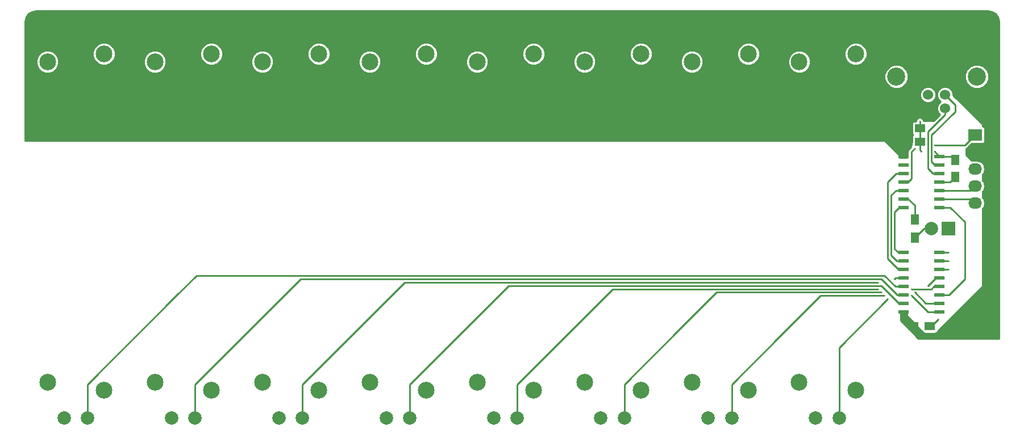
<source format=gtl>
G04 #@! TF.FileFunction,Copper,L1,Top,Signal*
%FSLAX46Y46*%
G04 Gerber Fmt 4.6, Leading zero omitted, Abs format (unit mm)*
G04 Created by KiCad (PCBNEW 4.0.2-stable) date 2016 July 30, Saturday 23:08:24*
%MOMM*%
G01*
G04 APERTURE LIST*
%ADD10C,0.100000*%
%ADD11R,1.250000X1.500000*%
%ADD12R,1.500000X0.600000*%
%ADD13R,1.500000X1.250000*%
%ADD14R,2.000000X2.000000*%
%ADD15C,2.000000*%
%ADD16C,1.524000*%
%ADD17C,2.700020*%
%ADD18R,2.032000X1.727200*%
%ADD19O,2.032000X1.727200*%
%ADD20R,1.300000X1.500000*%
%ADD21C,2.500000*%
%ADD22C,0.304800*%
%ADD23C,0.254000*%
G04 APERTURE END LIST*
D10*
D11*
X189000000Y-72750000D03*
X189000000Y-75250000D03*
D12*
X181300000Y-72190000D03*
X181300000Y-73460000D03*
X181300000Y-74730000D03*
X181300000Y-76000000D03*
X181300000Y-77270000D03*
X181300000Y-78540000D03*
X181300000Y-79810000D03*
X186700000Y-79810000D03*
X186700000Y-78540000D03*
X186700000Y-77270000D03*
X186700000Y-76000000D03*
X186700000Y-74730000D03*
X186700000Y-73460000D03*
X186700000Y-72190000D03*
D13*
X183750000Y-70000000D03*
X181250000Y-70000000D03*
X185250000Y-97500000D03*
X182750000Y-97500000D03*
X183750000Y-68000000D03*
X181250000Y-68000000D03*
D14*
X188000000Y-83000000D03*
D15*
X185460000Y-83000000D03*
D16*
X187540000Y-65000000D03*
X185000000Y-65000000D03*
X185000000Y-63001020D03*
X187540000Y-63001020D03*
D17*
X192269480Y-60301000D03*
X180270520Y-60301000D03*
D18*
X192000000Y-69000000D03*
D19*
X192000000Y-71540000D03*
X192000000Y-74080000D03*
X192000000Y-76620000D03*
X192000000Y-79160000D03*
D20*
X183000000Y-81650000D03*
X183000000Y-84350000D03*
D21*
X62200000Y-107100000D03*
X62200000Y-56900000D03*
X53800000Y-58100000D03*
D15*
X56250000Y-52750000D03*
X59750000Y-111250000D03*
X56250000Y-111250000D03*
D21*
X53800000Y-105900000D03*
X78200000Y-107100000D03*
X78200000Y-56900000D03*
X69800000Y-58100000D03*
D15*
X72250000Y-52750000D03*
X75750000Y-111250000D03*
X72250000Y-111250000D03*
D21*
X69800000Y-105900000D03*
X94200000Y-107100000D03*
X94200000Y-56900000D03*
X85800000Y-58100000D03*
D15*
X88250000Y-52750000D03*
X91750000Y-111250000D03*
X88250000Y-111250000D03*
D21*
X85800000Y-105900000D03*
X110200000Y-107100000D03*
X110200000Y-56900000D03*
X101800000Y-58100000D03*
D15*
X104250000Y-52750000D03*
X107750000Y-111250000D03*
X104250000Y-111250000D03*
D21*
X101800000Y-105900000D03*
X126200000Y-107100000D03*
X126200000Y-56900000D03*
X117800000Y-58100000D03*
D15*
X120250000Y-52750000D03*
X123750000Y-111250000D03*
X120250000Y-111250000D03*
D21*
X117800000Y-105900000D03*
X142200000Y-107100000D03*
X142200000Y-56900000D03*
X133800000Y-58100000D03*
D15*
X136250000Y-52750000D03*
X139750000Y-111250000D03*
X136250000Y-111250000D03*
D21*
X133800000Y-105900000D03*
X158200000Y-107100000D03*
X158200000Y-56900000D03*
X149800000Y-58100000D03*
D15*
X152250000Y-52750000D03*
X155750000Y-111250000D03*
X152250000Y-111250000D03*
D21*
X149800000Y-105900000D03*
X174200000Y-107100000D03*
X174200000Y-56900000D03*
X165800000Y-58100000D03*
D15*
X168250000Y-52750000D03*
X171750000Y-111250000D03*
X168250000Y-111250000D03*
D21*
X165800000Y-105900000D03*
D12*
X186700000Y-95445000D03*
X186700000Y-94175000D03*
X186700000Y-92905000D03*
X186700000Y-91635000D03*
X186700000Y-90365000D03*
X186700000Y-89095000D03*
X186700000Y-87825000D03*
X186700000Y-86555000D03*
X181300000Y-86555000D03*
X181300000Y-87825000D03*
X181300000Y-89095000D03*
X181300000Y-90365000D03*
X181300000Y-91635000D03*
X181300000Y-92905000D03*
X181300000Y-94175000D03*
X181300000Y-95445000D03*
D22*
X186000000Y-71500000D03*
X186500000Y-96500000D03*
X186500000Y-96500000D03*
X183750000Y-67000000D03*
X184000000Y-71500000D03*
X188000000Y-86550000D03*
X188000000Y-89100000D03*
X188000000Y-87825000D03*
X183000000Y-71000000D03*
X186000000Y-70500000D03*
X180000000Y-90500000D03*
X177500000Y-91000000D03*
X177500000Y-92000000D03*
X182500000Y-92000000D03*
X183000000Y-92500000D03*
X178000000Y-92500000D03*
X182500000Y-93000000D03*
X178500000Y-93000000D03*
X185000000Y-91500000D03*
X179000000Y-93500000D03*
D23*
X186000000Y-71500000D02*
X186010000Y-71500000D01*
X186010000Y-71500000D02*
X186700000Y-72190000D01*
X186700000Y-72190000D02*
X188440000Y-72190000D01*
X188440000Y-72190000D02*
X189000000Y-72750000D01*
X185500000Y-97500000D02*
X186500000Y-96500000D01*
X185250000Y-97500000D02*
X185500000Y-97500000D01*
X183750000Y-68000000D02*
X183750000Y-67000000D01*
X183750000Y-71250000D02*
X184000000Y-71500000D01*
X183750000Y-70000000D02*
X183750000Y-71250000D01*
X187995000Y-86555000D02*
X188000000Y-86550000D01*
X186700000Y-86555000D02*
X187995000Y-86555000D01*
X186700000Y-89095000D02*
X187995000Y-89095000D01*
X187995000Y-89095000D02*
X188000000Y-89100000D01*
X186700000Y-87825000D02*
X188000000Y-87825000D01*
X183750000Y-68000000D02*
X183750000Y-70000000D01*
X181300000Y-95445000D02*
X181300000Y-96050000D01*
X181300000Y-96050000D02*
X182750000Y-97500000D01*
X186700000Y-76000000D02*
X188250000Y-76000000D01*
X188250000Y-76000000D02*
X189000000Y-75250000D01*
X183000000Y-84350000D02*
X184350000Y-83000000D01*
X184350000Y-83000000D02*
X185460000Y-83000000D01*
X186700000Y-74730000D02*
X185730000Y-74730000D01*
X185730000Y-74730000D02*
X185000000Y-74000000D01*
X185000000Y-74000000D02*
X185000000Y-68500000D01*
X185000000Y-68500000D02*
X187540000Y-65960000D01*
X187540000Y-65960000D02*
X187540000Y-65000000D01*
X187540000Y-63001020D02*
X187540000Y-63040000D01*
X187540000Y-63040000D02*
X189000000Y-64500000D01*
X189000000Y-64500000D02*
X189000000Y-65500000D01*
X189000000Y-65500000D02*
X185500000Y-69000000D01*
X185500000Y-69000000D02*
X185500000Y-73000000D01*
X185500000Y-73000000D02*
X185960000Y-73460000D01*
X185960000Y-73460000D02*
X186700000Y-73460000D01*
X182500000Y-75500000D02*
X182500000Y-71500000D01*
X182500000Y-71500000D02*
X183000000Y-71000000D01*
X182000000Y-76000000D02*
X182500000Y-75500000D01*
X190500000Y-70500000D02*
X192000000Y-69000000D01*
X186000000Y-70500000D02*
X190500000Y-70500000D01*
X181300000Y-76000000D02*
X182000000Y-76000000D01*
X186700000Y-77270000D02*
X191350000Y-77270000D01*
X191350000Y-77270000D02*
X192000000Y-76620000D01*
X191380000Y-78540000D02*
X192000000Y-79160000D01*
X186700000Y-78540000D02*
X191380000Y-78540000D01*
X181300000Y-78540000D02*
X182040000Y-78540000D01*
X182040000Y-78540000D02*
X183000000Y-79500000D01*
X183000000Y-79500000D02*
X183000000Y-81650000D01*
X73000000Y-93000000D02*
X76000000Y-90000000D01*
X59750000Y-111250000D02*
X59750000Y-106250000D01*
X59750000Y-106250000D02*
X73000000Y-93000000D01*
X180135000Y-91635000D02*
X178500000Y-90000000D01*
X178500000Y-90000000D02*
X175000000Y-90000000D01*
X180135000Y-91635000D02*
X181300000Y-91635000D01*
X76000000Y-90000000D02*
X175000000Y-90000000D01*
X175000000Y-90500000D02*
X91500000Y-90500000D01*
X75750000Y-106250000D02*
X88000000Y-94000000D01*
X75750000Y-111250000D02*
X75750000Y-106250000D01*
X180500000Y-92905000D02*
X180405000Y-92905000D01*
X180405000Y-92905000D02*
X178000000Y-90500000D01*
X180500000Y-92905000D02*
X181300000Y-92905000D01*
X175000000Y-90500000D02*
X178000000Y-90500000D01*
X91500000Y-90500000D02*
X88000000Y-94000000D01*
X175000000Y-91000000D02*
X107000000Y-91000000D01*
X91750000Y-106250000D02*
X103000000Y-95000000D01*
X91750000Y-111250000D02*
X91750000Y-106250000D01*
X180135000Y-90365000D02*
X180000000Y-90500000D01*
X177500000Y-91000000D02*
X175000000Y-91000000D01*
X180135000Y-90365000D02*
X181300000Y-90365000D01*
X107000000Y-91000000D02*
X103000000Y-95000000D01*
X175000000Y-91500000D02*
X178000000Y-91500000D01*
X122500000Y-91500000D02*
X118000000Y-96000000D01*
X107750000Y-106250000D02*
X118000000Y-96000000D01*
X107750000Y-111250000D02*
X107750000Y-106250000D01*
X175000000Y-91500000D02*
X122500000Y-91500000D01*
X178000000Y-91500000D02*
X180675000Y-94175000D01*
X180675000Y-94175000D02*
X181300000Y-94175000D01*
X182500000Y-92000000D02*
X185500000Y-92000000D01*
X138000000Y-92000000D02*
X175000000Y-92000000D01*
X177500000Y-92000000D02*
X175000000Y-92000000D01*
X123750000Y-111250000D02*
X123750000Y-106250000D01*
X123750000Y-106250000D02*
X133000000Y-97000000D01*
X133000000Y-97000000D02*
X138000000Y-92000000D01*
X185865000Y-91635000D02*
X186700000Y-91635000D01*
X185500000Y-92000000D02*
X185865000Y-91635000D01*
X183000000Y-92500000D02*
X184675000Y-94175000D01*
X186700000Y-94175000D02*
X184675000Y-94175000D01*
X153500000Y-92500000D02*
X148000000Y-98000000D01*
X178000000Y-92500000D02*
X175000000Y-92500000D01*
X139750000Y-106250000D02*
X148000000Y-98000000D01*
X139750000Y-106250000D02*
X139750000Y-111250000D01*
X175000000Y-92500000D02*
X153500000Y-92500000D01*
X169000000Y-93000000D02*
X175000000Y-93000000D01*
X184945000Y-95445000D02*
X182500000Y-93000000D01*
X178500000Y-93000000D02*
X175000000Y-93000000D01*
X184945000Y-95445000D02*
X186700000Y-95445000D01*
X163000000Y-99000000D02*
X169000000Y-93000000D01*
X155750000Y-106250000D02*
X163000000Y-99000000D01*
X155750000Y-111250000D02*
X155750000Y-106250000D01*
X171750000Y-100750000D02*
X171750000Y-111250000D01*
X186135000Y-90365000D02*
X185000000Y-91500000D01*
X179000000Y-93500000D02*
X171750000Y-100750000D01*
X186700000Y-90365000D02*
X186135000Y-90365000D01*
X187365000Y-90365000D02*
X186700000Y-90365000D01*
X181300000Y-74730000D02*
X180270000Y-74730000D01*
X179000000Y-87500000D02*
X180595000Y-89095000D01*
X179000000Y-76000000D02*
X179000000Y-87500000D01*
X180270000Y-74730000D02*
X179000000Y-76000000D01*
X180595000Y-89095000D02*
X181300000Y-89095000D01*
X181300000Y-77270000D02*
X180230000Y-77270000D01*
X180325000Y-87825000D02*
X181300000Y-87825000D01*
X179500000Y-87000000D02*
X180325000Y-87825000D01*
X179500000Y-78000000D02*
X179500000Y-87000000D01*
X180230000Y-77270000D02*
X179500000Y-78000000D01*
X181300000Y-86555000D02*
X180555000Y-86555000D01*
X180555000Y-86555000D02*
X180000000Y-86000000D01*
X180000000Y-86000000D02*
X180000000Y-80500000D01*
X180000000Y-80500000D02*
X180690000Y-79810000D01*
X180690000Y-79810000D02*
X181300000Y-79810000D01*
X190500000Y-90500000D02*
X188095000Y-92905000D01*
X186700000Y-79810000D02*
X188310000Y-79810000D01*
X190500000Y-82000000D02*
X190500000Y-90500000D01*
X190500000Y-82000000D02*
X188310000Y-79810000D01*
X188095000Y-92905000D02*
X186700000Y-92905000D01*
G36*
X194579250Y-50601565D02*
X195070316Y-50929684D01*
X195398434Y-51420747D01*
X195523000Y-52046982D01*
X195523000Y-99373000D01*
X183552606Y-99373000D01*
X180877000Y-96697394D01*
X180877000Y-95377000D01*
X181873000Y-95377000D01*
X181873000Y-96000000D01*
X181883006Y-96049410D01*
X181910197Y-96089803D01*
X182910197Y-97089803D01*
X182952211Y-97117666D01*
X183000000Y-97127000D01*
X183373000Y-97127000D01*
X183373000Y-97500000D01*
X183383006Y-97549410D01*
X183410197Y-97589803D01*
X184092272Y-98271878D01*
X184094409Y-98283237D01*
X184187927Y-98428567D01*
X184330619Y-98526064D01*
X184350480Y-98530086D01*
X184410197Y-98589803D01*
X184452211Y-98617666D01*
X184500000Y-98627000D01*
X186000000Y-98627000D01*
X186049410Y-98616994D01*
X186089803Y-98589803D01*
X186146878Y-98532728D01*
X186158237Y-98530591D01*
X186303567Y-98437073D01*
X186401064Y-98294381D01*
X186405086Y-98274520D01*
X193089803Y-91589803D01*
X193117666Y-91547789D01*
X193127000Y-91500000D01*
X193127000Y-80022100D01*
X193373029Y-79653891D01*
X193471270Y-79160000D01*
X193373029Y-78666109D01*
X193127000Y-78297900D01*
X193127000Y-77482100D01*
X193373029Y-77113891D01*
X193471270Y-76620000D01*
X193373029Y-76126109D01*
X193127000Y-75757900D01*
X193127000Y-74942100D01*
X193373029Y-74573891D01*
X193471270Y-74080000D01*
X193373029Y-73586109D01*
X193093262Y-73167408D01*
X192674561Y-72887641D01*
X192180670Y-72789400D01*
X191819330Y-72789400D01*
X191527128Y-72847522D01*
X190627000Y-71947394D01*
X190627000Y-71052606D01*
X190656795Y-71022811D01*
X190712007Y-71011829D01*
X190891737Y-70891737D01*
X191484509Y-70298965D01*
X193016000Y-70298965D01*
X193174237Y-70269191D01*
X193319567Y-70175673D01*
X193417064Y-70032981D01*
X193451365Y-69863600D01*
X193451365Y-68136400D01*
X193421591Y-67978163D01*
X193328073Y-67832833D01*
X193185381Y-67735336D01*
X193127000Y-67723513D01*
X193127000Y-67500000D01*
X193116994Y-67450590D01*
X193089803Y-67410197D01*
X188728958Y-63049352D01*
X188729206Y-62765551D01*
X188548573Y-62328385D01*
X188214394Y-61993623D01*
X187777544Y-61812227D01*
X187304531Y-61811814D01*
X186867365Y-61992447D01*
X186532603Y-62326626D01*
X186351207Y-62763476D01*
X186350794Y-63236489D01*
X186531427Y-63673655D01*
X186857989Y-64000787D01*
X186532603Y-64325606D01*
X186351207Y-64762456D01*
X186350794Y-65235469D01*
X186531427Y-65672635D01*
X186787436Y-65929090D01*
X185843526Y-66873000D01*
X184324436Y-66873000D01*
X184241478Y-66672225D01*
X184078632Y-66509095D01*
X183865755Y-66420701D01*
X183635256Y-66420500D01*
X183422225Y-66508522D01*
X183259095Y-66671368D01*
X183170701Y-66884245D01*
X183170653Y-66939635D01*
X183000000Y-66939635D01*
X182841763Y-66969409D01*
X182696433Y-67062927D01*
X182598936Y-67205619D01*
X182564635Y-67375000D01*
X182564635Y-68625000D01*
X182594409Y-68783237D01*
X182687927Y-68928567D01*
X182693007Y-68932038D01*
X182672216Y-69098370D01*
X182598936Y-69205619D01*
X182564635Y-69375000D01*
X182564635Y-69959016D01*
X182465653Y-70750873D01*
X182108263Y-71108263D01*
X181988171Y-71287993D01*
X181946000Y-71500000D01*
X181946000Y-71874394D01*
X181910197Y-71910197D01*
X181882334Y-71952211D01*
X181873000Y-72000000D01*
X181873000Y-72373000D01*
X180727000Y-72373000D01*
X180727000Y-72100000D01*
X180716994Y-72050590D01*
X180689803Y-72010197D01*
X178589803Y-69910197D01*
X178547789Y-69882334D01*
X178500000Y-69873000D01*
X50477000Y-69873000D01*
X50477000Y-63236489D01*
X183810794Y-63236489D01*
X183991427Y-63673655D01*
X184325606Y-64008417D01*
X184762456Y-64189813D01*
X185235469Y-64190226D01*
X185672635Y-64009593D01*
X186007397Y-63675414D01*
X186188793Y-63238564D01*
X186189206Y-62765551D01*
X186008573Y-62328385D01*
X185674394Y-61993623D01*
X185237544Y-61812227D01*
X184764531Y-61811814D01*
X184327365Y-61992447D01*
X183992603Y-62326626D01*
X183811207Y-62763476D01*
X183810794Y-63236489D01*
X50477000Y-63236489D01*
X50477000Y-60652918D01*
X178493202Y-60652918D01*
X178763166Y-61306280D01*
X179262610Y-61806598D01*
X179915500Y-62077701D01*
X180622438Y-62078318D01*
X181275800Y-61808354D01*
X181776118Y-61308910D01*
X182047221Y-60656020D01*
X182047223Y-60652918D01*
X190492162Y-60652918D01*
X190762126Y-61306280D01*
X191261570Y-61806598D01*
X191914460Y-62077701D01*
X192621398Y-62078318D01*
X193274760Y-61808354D01*
X193775078Y-61308910D01*
X194046181Y-60656020D01*
X194046798Y-59949082D01*
X193776834Y-59295720D01*
X193277390Y-58795402D01*
X192624500Y-58524299D01*
X191917562Y-58523682D01*
X191264200Y-58793646D01*
X190763882Y-59293090D01*
X190492779Y-59945980D01*
X190492162Y-60652918D01*
X182047223Y-60652918D01*
X182047838Y-59949082D01*
X181777874Y-59295720D01*
X181278430Y-58795402D01*
X180625540Y-58524299D01*
X179918602Y-58523682D01*
X179265240Y-58793646D01*
X178764922Y-59293090D01*
X178493819Y-59945980D01*
X178493202Y-60652918D01*
X50477000Y-60652918D01*
X50477000Y-58432112D01*
X52122710Y-58432112D01*
X52377480Y-59048703D01*
X52848816Y-59520862D01*
X53464961Y-59776708D01*
X54132112Y-59777290D01*
X54748703Y-59522520D01*
X55220862Y-59051184D01*
X55476708Y-58435039D01*
X55477290Y-57767888D01*
X55255913Y-57232112D01*
X60522710Y-57232112D01*
X60777480Y-57848703D01*
X61248816Y-58320862D01*
X61864961Y-58576708D01*
X62532112Y-58577290D01*
X62883469Y-58432112D01*
X68122710Y-58432112D01*
X68377480Y-59048703D01*
X68848816Y-59520862D01*
X69464961Y-59776708D01*
X70132112Y-59777290D01*
X70748703Y-59522520D01*
X71220862Y-59051184D01*
X71476708Y-58435039D01*
X71477290Y-57767888D01*
X71255913Y-57232112D01*
X76522710Y-57232112D01*
X76777480Y-57848703D01*
X77248816Y-58320862D01*
X77864961Y-58576708D01*
X78532112Y-58577290D01*
X78883469Y-58432112D01*
X84122710Y-58432112D01*
X84377480Y-59048703D01*
X84848816Y-59520862D01*
X85464961Y-59776708D01*
X86132112Y-59777290D01*
X86748703Y-59522520D01*
X87220862Y-59051184D01*
X87476708Y-58435039D01*
X87477290Y-57767888D01*
X87255913Y-57232112D01*
X92522710Y-57232112D01*
X92777480Y-57848703D01*
X93248816Y-58320862D01*
X93864961Y-58576708D01*
X94532112Y-58577290D01*
X94883469Y-58432112D01*
X100122710Y-58432112D01*
X100377480Y-59048703D01*
X100848816Y-59520862D01*
X101464961Y-59776708D01*
X102132112Y-59777290D01*
X102748703Y-59522520D01*
X103220862Y-59051184D01*
X103476708Y-58435039D01*
X103477290Y-57767888D01*
X103255913Y-57232112D01*
X108522710Y-57232112D01*
X108777480Y-57848703D01*
X109248816Y-58320862D01*
X109864961Y-58576708D01*
X110532112Y-58577290D01*
X110883469Y-58432112D01*
X116122710Y-58432112D01*
X116377480Y-59048703D01*
X116848816Y-59520862D01*
X117464961Y-59776708D01*
X118132112Y-59777290D01*
X118748703Y-59522520D01*
X119220862Y-59051184D01*
X119476708Y-58435039D01*
X119477290Y-57767888D01*
X119255913Y-57232112D01*
X124522710Y-57232112D01*
X124777480Y-57848703D01*
X125248816Y-58320862D01*
X125864961Y-58576708D01*
X126532112Y-58577290D01*
X126883469Y-58432112D01*
X132122710Y-58432112D01*
X132377480Y-59048703D01*
X132848816Y-59520862D01*
X133464961Y-59776708D01*
X134132112Y-59777290D01*
X134748703Y-59522520D01*
X135220862Y-59051184D01*
X135476708Y-58435039D01*
X135477290Y-57767888D01*
X135255913Y-57232112D01*
X140522710Y-57232112D01*
X140777480Y-57848703D01*
X141248816Y-58320862D01*
X141864961Y-58576708D01*
X142532112Y-58577290D01*
X142883469Y-58432112D01*
X148122710Y-58432112D01*
X148377480Y-59048703D01*
X148848816Y-59520862D01*
X149464961Y-59776708D01*
X150132112Y-59777290D01*
X150748703Y-59522520D01*
X151220862Y-59051184D01*
X151476708Y-58435039D01*
X151477290Y-57767888D01*
X151255913Y-57232112D01*
X156522710Y-57232112D01*
X156777480Y-57848703D01*
X157248816Y-58320862D01*
X157864961Y-58576708D01*
X158532112Y-58577290D01*
X158883469Y-58432112D01*
X164122710Y-58432112D01*
X164377480Y-59048703D01*
X164848816Y-59520862D01*
X165464961Y-59776708D01*
X166132112Y-59777290D01*
X166748703Y-59522520D01*
X167220862Y-59051184D01*
X167476708Y-58435039D01*
X167477290Y-57767888D01*
X167255913Y-57232112D01*
X172522710Y-57232112D01*
X172777480Y-57848703D01*
X173248816Y-58320862D01*
X173864961Y-58576708D01*
X174532112Y-58577290D01*
X175148703Y-58322520D01*
X175620862Y-57851184D01*
X175876708Y-57235039D01*
X175877290Y-56567888D01*
X175622520Y-55951297D01*
X175151184Y-55479138D01*
X174535039Y-55223292D01*
X173867888Y-55222710D01*
X173251297Y-55477480D01*
X172779138Y-55948816D01*
X172523292Y-56564961D01*
X172522710Y-57232112D01*
X167255913Y-57232112D01*
X167222520Y-57151297D01*
X166751184Y-56679138D01*
X166135039Y-56423292D01*
X165467888Y-56422710D01*
X164851297Y-56677480D01*
X164379138Y-57148816D01*
X164123292Y-57764961D01*
X164122710Y-58432112D01*
X158883469Y-58432112D01*
X159148703Y-58322520D01*
X159620862Y-57851184D01*
X159876708Y-57235039D01*
X159877290Y-56567888D01*
X159622520Y-55951297D01*
X159151184Y-55479138D01*
X158535039Y-55223292D01*
X157867888Y-55222710D01*
X157251297Y-55477480D01*
X156779138Y-55948816D01*
X156523292Y-56564961D01*
X156522710Y-57232112D01*
X151255913Y-57232112D01*
X151222520Y-57151297D01*
X150751184Y-56679138D01*
X150135039Y-56423292D01*
X149467888Y-56422710D01*
X148851297Y-56677480D01*
X148379138Y-57148816D01*
X148123292Y-57764961D01*
X148122710Y-58432112D01*
X142883469Y-58432112D01*
X143148703Y-58322520D01*
X143620862Y-57851184D01*
X143876708Y-57235039D01*
X143877290Y-56567888D01*
X143622520Y-55951297D01*
X143151184Y-55479138D01*
X142535039Y-55223292D01*
X141867888Y-55222710D01*
X141251297Y-55477480D01*
X140779138Y-55948816D01*
X140523292Y-56564961D01*
X140522710Y-57232112D01*
X135255913Y-57232112D01*
X135222520Y-57151297D01*
X134751184Y-56679138D01*
X134135039Y-56423292D01*
X133467888Y-56422710D01*
X132851297Y-56677480D01*
X132379138Y-57148816D01*
X132123292Y-57764961D01*
X132122710Y-58432112D01*
X126883469Y-58432112D01*
X127148703Y-58322520D01*
X127620862Y-57851184D01*
X127876708Y-57235039D01*
X127877290Y-56567888D01*
X127622520Y-55951297D01*
X127151184Y-55479138D01*
X126535039Y-55223292D01*
X125867888Y-55222710D01*
X125251297Y-55477480D01*
X124779138Y-55948816D01*
X124523292Y-56564961D01*
X124522710Y-57232112D01*
X119255913Y-57232112D01*
X119222520Y-57151297D01*
X118751184Y-56679138D01*
X118135039Y-56423292D01*
X117467888Y-56422710D01*
X116851297Y-56677480D01*
X116379138Y-57148816D01*
X116123292Y-57764961D01*
X116122710Y-58432112D01*
X110883469Y-58432112D01*
X111148703Y-58322520D01*
X111620862Y-57851184D01*
X111876708Y-57235039D01*
X111877290Y-56567888D01*
X111622520Y-55951297D01*
X111151184Y-55479138D01*
X110535039Y-55223292D01*
X109867888Y-55222710D01*
X109251297Y-55477480D01*
X108779138Y-55948816D01*
X108523292Y-56564961D01*
X108522710Y-57232112D01*
X103255913Y-57232112D01*
X103222520Y-57151297D01*
X102751184Y-56679138D01*
X102135039Y-56423292D01*
X101467888Y-56422710D01*
X100851297Y-56677480D01*
X100379138Y-57148816D01*
X100123292Y-57764961D01*
X100122710Y-58432112D01*
X94883469Y-58432112D01*
X95148703Y-58322520D01*
X95620862Y-57851184D01*
X95876708Y-57235039D01*
X95877290Y-56567888D01*
X95622520Y-55951297D01*
X95151184Y-55479138D01*
X94535039Y-55223292D01*
X93867888Y-55222710D01*
X93251297Y-55477480D01*
X92779138Y-55948816D01*
X92523292Y-56564961D01*
X92522710Y-57232112D01*
X87255913Y-57232112D01*
X87222520Y-57151297D01*
X86751184Y-56679138D01*
X86135039Y-56423292D01*
X85467888Y-56422710D01*
X84851297Y-56677480D01*
X84379138Y-57148816D01*
X84123292Y-57764961D01*
X84122710Y-58432112D01*
X78883469Y-58432112D01*
X79148703Y-58322520D01*
X79620862Y-57851184D01*
X79876708Y-57235039D01*
X79877290Y-56567888D01*
X79622520Y-55951297D01*
X79151184Y-55479138D01*
X78535039Y-55223292D01*
X77867888Y-55222710D01*
X77251297Y-55477480D01*
X76779138Y-55948816D01*
X76523292Y-56564961D01*
X76522710Y-57232112D01*
X71255913Y-57232112D01*
X71222520Y-57151297D01*
X70751184Y-56679138D01*
X70135039Y-56423292D01*
X69467888Y-56422710D01*
X68851297Y-56677480D01*
X68379138Y-57148816D01*
X68123292Y-57764961D01*
X68122710Y-58432112D01*
X62883469Y-58432112D01*
X63148703Y-58322520D01*
X63620862Y-57851184D01*
X63876708Y-57235039D01*
X63877290Y-56567888D01*
X63622520Y-55951297D01*
X63151184Y-55479138D01*
X62535039Y-55223292D01*
X61867888Y-55222710D01*
X61251297Y-55477480D01*
X60779138Y-55948816D01*
X60523292Y-56564961D01*
X60522710Y-57232112D01*
X55255913Y-57232112D01*
X55222520Y-57151297D01*
X54751184Y-56679138D01*
X54135039Y-56423292D01*
X53467888Y-56422710D01*
X52851297Y-56677480D01*
X52379138Y-57148816D01*
X52123292Y-57764961D01*
X52122710Y-58432112D01*
X50477000Y-58432112D01*
X50477000Y-52046982D01*
X50601565Y-51420750D01*
X50929684Y-50929684D01*
X51420747Y-50601566D01*
X52046982Y-50477000D01*
X193953018Y-50477000D01*
X194579250Y-50601565D01*
X194579250Y-50601565D01*
G37*
X194579250Y-50601565D02*
X195070316Y-50929684D01*
X195398434Y-51420747D01*
X195523000Y-52046982D01*
X195523000Y-99373000D01*
X183552606Y-99373000D01*
X180877000Y-96697394D01*
X180877000Y-95377000D01*
X181873000Y-95377000D01*
X181873000Y-96000000D01*
X181883006Y-96049410D01*
X181910197Y-96089803D01*
X182910197Y-97089803D01*
X182952211Y-97117666D01*
X183000000Y-97127000D01*
X183373000Y-97127000D01*
X183373000Y-97500000D01*
X183383006Y-97549410D01*
X183410197Y-97589803D01*
X184092272Y-98271878D01*
X184094409Y-98283237D01*
X184187927Y-98428567D01*
X184330619Y-98526064D01*
X184350480Y-98530086D01*
X184410197Y-98589803D01*
X184452211Y-98617666D01*
X184500000Y-98627000D01*
X186000000Y-98627000D01*
X186049410Y-98616994D01*
X186089803Y-98589803D01*
X186146878Y-98532728D01*
X186158237Y-98530591D01*
X186303567Y-98437073D01*
X186401064Y-98294381D01*
X186405086Y-98274520D01*
X193089803Y-91589803D01*
X193117666Y-91547789D01*
X193127000Y-91500000D01*
X193127000Y-80022100D01*
X193373029Y-79653891D01*
X193471270Y-79160000D01*
X193373029Y-78666109D01*
X193127000Y-78297900D01*
X193127000Y-77482100D01*
X193373029Y-77113891D01*
X193471270Y-76620000D01*
X193373029Y-76126109D01*
X193127000Y-75757900D01*
X193127000Y-74942100D01*
X193373029Y-74573891D01*
X193471270Y-74080000D01*
X193373029Y-73586109D01*
X193093262Y-73167408D01*
X192674561Y-72887641D01*
X192180670Y-72789400D01*
X191819330Y-72789400D01*
X191527128Y-72847522D01*
X190627000Y-71947394D01*
X190627000Y-71052606D01*
X190656795Y-71022811D01*
X190712007Y-71011829D01*
X190891737Y-70891737D01*
X191484509Y-70298965D01*
X193016000Y-70298965D01*
X193174237Y-70269191D01*
X193319567Y-70175673D01*
X193417064Y-70032981D01*
X193451365Y-69863600D01*
X193451365Y-68136400D01*
X193421591Y-67978163D01*
X193328073Y-67832833D01*
X193185381Y-67735336D01*
X193127000Y-67723513D01*
X193127000Y-67500000D01*
X193116994Y-67450590D01*
X193089803Y-67410197D01*
X188728958Y-63049352D01*
X188729206Y-62765551D01*
X188548573Y-62328385D01*
X188214394Y-61993623D01*
X187777544Y-61812227D01*
X187304531Y-61811814D01*
X186867365Y-61992447D01*
X186532603Y-62326626D01*
X186351207Y-62763476D01*
X186350794Y-63236489D01*
X186531427Y-63673655D01*
X186857989Y-64000787D01*
X186532603Y-64325606D01*
X186351207Y-64762456D01*
X186350794Y-65235469D01*
X186531427Y-65672635D01*
X186787436Y-65929090D01*
X185843526Y-66873000D01*
X184324436Y-66873000D01*
X184241478Y-66672225D01*
X184078632Y-66509095D01*
X183865755Y-66420701D01*
X183635256Y-66420500D01*
X183422225Y-66508522D01*
X183259095Y-66671368D01*
X183170701Y-66884245D01*
X183170653Y-66939635D01*
X183000000Y-66939635D01*
X182841763Y-66969409D01*
X182696433Y-67062927D01*
X182598936Y-67205619D01*
X182564635Y-67375000D01*
X182564635Y-68625000D01*
X182594409Y-68783237D01*
X182687927Y-68928567D01*
X182693007Y-68932038D01*
X182672216Y-69098370D01*
X182598936Y-69205619D01*
X182564635Y-69375000D01*
X182564635Y-69959016D01*
X182465653Y-70750873D01*
X182108263Y-71108263D01*
X181988171Y-71287993D01*
X181946000Y-71500000D01*
X181946000Y-71874394D01*
X181910197Y-71910197D01*
X181882334Y-71952211D01*
X181873000Y-72000000D01*
X181873000Y-72373000D01*
X180727000Y-72373000D01*
X180727000Y-72100000D01*
X180716994Y-72050590D01*
X180689803Y-72010197D01*
X178589803Y-69910197D01*
X178547789Y-69882334D01*
X178500000Y-69873000D01*
X50477000Y-69873000D01*
X50477000Y-63236489D01*
X183810794Y-63236489D01*
X183991427Y-63673655D01*
X184325606Y-64008417D01*
X184762456Y-64189813D01*
X185235469Y-64190226D01*
X185672635Y-64009593D01*
X186007397Y-63675414D01*
X186188793Y-63238564D01*
X186189206Y-62765551D01*
X186008573Y-62328385D01*
X185674394Y-61993623D01*
X185237544Y-61812227D01*
X184764531Y-61811814D01*
X184327365Y-61992447D01*
X183992603Y-62326626D01*
X183811207Y-62763476D01*
X183810794Y-63236489D01*
X50477000Y-63236489D01*
X50477000Y-60652918D01*
X178493202Y-60652918D01*
X178763166Y-61306280D01*
X179262610Y-61806598D01*
X179915500Y-62077701D01*
X180622438Y-62078318D01*
X181275800Y-61808354D01*
X181776118Y-61308910D01*
X182047221Y-60656020D01*
X182047223Y-60652918D01*
X190492162Y-60652918D01*
X190762126Y-61306280D01*
X191261570Y-61806598D01*
X191914460Y-62077701D01*
X192621398Y-62078318D01*
X193274760Y-61808354D01*
X193775078Y-61308910D01*
X194046181Y-60656020D01*
X194046798Y-59949082D01*
X193776834Y-59295720D01*
X193277390Y-58795402D01*
X192624500Y-58524299D01*
X191917562Y-58523682D01*
X191264200Y-58793646D01*
X190763882Y-59293090D01*
X190492779Y-59945980D01*
X190492162Y-60652918D01*
X182047223Y-60652918D01*
X182047838Y-59949082D01*
X181777874Y-59295720D01*
X181278430Y-58795402D01*
X180625540Y-58524299D01*
X179918602Y-58523682D01*
X179265240Y-58793646D01*
X178764922Y-59293090D01*
X178493819Y-59945980D01*
X178493202Y-60652918D01*
X50477000Y-60652918D01*
X50477000Y-58432112D01*
X52122710Y-58432112D01*
X52377480Y-59048703D01*
X52848816Y-59520862D01*
X53464961Y-59776708D01*
X54132112Y-59777290D01*
X54748703Y-59522520D01*
X55220862Y-59051184D01*
X55476708Y-58435039D01*
X55477290Y-57767888D01*
X55255913Y-57232112D01*
X60522710Y-57232112D01*
X60777480Y-57848703D01*
X61248816Y-58320862D01*
X61864961Y-58576708D01*
X62532112Y-58577290D01*
X62883469Y-58432112D01*
X68122710Y-58432112D01*
X68377480Y-59048703D01*
X68848816Y-59520862D01*
X69464961Y-59776708D01*
X70132112Y-59777290D01*
X70748703Y-59522520D01*
X71220862Y-59051184D01*
X71476708Y-58435039D01*
X71477290Y-57767888D01*
X71255913Y-57232112D01*
X76522710Y-57232112D01*
X76777480Y-57848703D01*
X77248816Y-58320862D01*
X77864961Y-58576708D01*
X78532112Y-58577290D01*
X78883469Y-58432112D01*
X84122710Y-58432112D01*
X84377480Y-59048703D01*
X84848816Y-59520862D01*
X85464961Y-59776708D01*
X86132112Y-59777290D01*
X86748703Y-59522520D01*
X87220862Y-59051184D01*
X87476708Y-58435039D01*
X87477290Y-57767888D01*
X87255913Y-57232112D01*
X92522710Y-57232112D01*
X92777480Y-57848703D01*
X93248816Y-58320862D01*
X93864961Y-58576708D01*
X94532112Y-58577290D01*
X94883469Y-58432112D01*
X100122710Y-58432112D01*
X100377480Y-59048703D01*
X100848816Y-59520862D01*
X101464961Y-59776708D01*
X102132112Y-59777290D01*
X102748703Y-59522520D01*
X103220862Y-59051184D01*
X103476708Y-58435039D01*
X103477290Y-57767888D01*
X103255913Y-57232112D01*
X108522710Y-57232112D01*
X108777480Y-57848703D01*
X109248816Y-58320862D01*
X109864961Y-58576708D01*
X110532112Y-58577290D01*
X110883469Y-58432112D01*
X116122710Y-58432112D01*
X116377480Y-59048703D01*
X116848816Y-59520862D01*
X117464961Y-59776708D01*
X118132112Y-59777290D01*
X118748703Y-59522520D01*
X119220862Y-59051184D01*
X119476708Y-58435039D01*
X119477290Y-57767888D01*
X119255913Y-57232112D01*
X124522710Y-57232112D01*
X124777480Y-57848703D01*
X125248816Y-58320862D01*
X125864961Y-58576708D01*
X126532112Y-58577290D01*
X126883469Y-58432112D01*
X132122710Y-58432112D01*
X132377480Y-59048703D01*
X132848816Y-59520862D01*
X133464961Y-59776708D01*
X134132112Y-59777290D01*
X134748703Y-59522520D01*
X135220862Y-59051184D01*
X135476708Y-58435039D01*
X135477290Y-57767888D01*
X135255913Y-57232112D01*
X140522710Y-57232112D01*
X140777480Y-57848703D01*
X141248816Y-58320862D01*
X141864961Y-58576708D01*
X142532112Y-58577290D01*
X142883469Y-58432112D01*
X148122710Y-58432112D01*
X148377480Y-59048703D01*
X148848816Y-59520862D01*
X149464961Y-59776708D01*
X150132112Y-59777290D01*
X150748703Y-59522520D01*
X151220862Y-59051184D01*
X151476708Y-58435039D01*
X151477290Y-57767888D01*
X151255913Y-57232112D01*
X156522710Y-57232112D01*
X156777480Y-57848703D01*
X157248816Y-58320862D01*
X157864961Y-58576708D01*
X158532112Y-58577290D01*
X158883469Y-58432112D01*
X164122710Y-58432112D01*
X164377480Y-59048703D01*
X164848816Y-59520862D01*
X165464961Y-59776708D01*
X166132112Y-59777290D01*
X166748703Y-59522520D01*
X167220862Y-59051184D01*
X167476708Y-58435039D01*
X167477290Y-57767888D01*
X167255913Y-57232112D01*
X172522710Y-57232112D01*
X172777480Y-57848703D01*
X173248816Y-58320862D01*
X173864961Y-58576708D01*
X174532112Y-58577290D01*
X175148703Y-58322520D01*
X175620862Y-57851184D01*
X175876708Y-57235039D01*
X175877290Y-56567888D01*
X175622520Y-55951297D01*
X175151184Y-55479138D01*
X174535039Y-55223292D01*
X173867888Y-55222710D01*
X173251297Y-55477480D01*
X172779138Y-55948816D01*
X172523292Y-56564961D01*
X172522710Y-57232112D01*
X167255913Y-57232112D01*
X167222520Y-57151297D01*
X166751184Y-56679138D01*
X166135039Y-56423292D01*
X165467888Y-56422710D01*
X164851297Y-56677480D01*
X164379138Y-57148816D01*
X164123292Y-57764961D01*
X164122710Y-58432112D01*
X158883469Y-58432112D01*
X159148703Y-58322520D01*
X159620862Y-57851184D01*
X159876708Y-57235039D01*
X159877290Y-56567888D01*
X159622520Y-55951297D01*
X159151184Y-55479138D01*
X158535039Y-55223292D01*
X157867888Y-55222710D01*
X157251297Y-55477480D01*
X156779138Y-55948816D01*
X156523292Y-56564961D01*
X156522710Y-57232112D01*
X151255913Y-57232112D01*
X151222520Y-57151297D01*
X150751184Y-56679138D01*
X150135039Y-56423292D01*
X149467888Y-56422710D01*
X148851297Y-56677480D01*
X148379138Y-57148816D01*
X148123292Y-57764961D01*
X148122710Y-58432112D01*
X142883469Y-58432112D01*
X143148703Y-58322520D01*
X143620862Y-57851184D01*
X143876708Y-57235039D01*
X143877290Y-56567888D01*
X143622520Y-55951297D01*
X143151184Y-55479138D01*
X142535039Y-55223292D01*
X141867888Y-55222710D01*
X141251297Y-55477480D01*
X140779138Y-55948816D01*
X140523292Y-56564961D01*
X140522710Y-57232112D01*
X135255913Y-57232112D01*
X135222520Y-57151297D01*
X134751184Y-56679138D01*
X134135039Y-56423292D01*
X133467888Y-56422710D01*
X132851297Y-56677480D01*
X132379138Y-57148816D01*
X132123292Y-57764961D01*
X132122710Y-58432112D01*
X126883469Y-58432112D01*
X127148703Y-58322520D01*
X127620862Y-57851184D01*
X127876708Y-57235039D01*
X127877290Y-56567888D01*
X127622520Y-55951297D01*
X127151184Y-55479138D01*
X126535039Y-55223292D01*
X125867888Y-55222710D01*
X125251297Y-55477480D01*
X124779138Y-55948816D01*
X124523292Y-56564961D01*
X124522710Y-57232112D01*
X119255913Y-57232112D01*
X119222520Y-57151297D01*
X118751184Y-56679138D01*
X118135039Y-56423292D01*
X117467888Y-56422710D01*
X116851297Y-56677480D01*
X116379138Y-57148816D01*
X116123292Y-57764961D01*
X116122710Y-58432112D01*
X110883469Y-58432112D01*
X111148703Y-58322520D01*
X111620862Y-57851184D01*
X111876708Y-57235039D01*
X111877290Y-56567888D01*
X111622520Y-55951297D01*
X111151184Y-55479138D01*
X110535039Y-55223292D01*
X109867888Y-55222710D01*
X109251297Y-55477480D01*
X108779138Y-55948816D01*
X108523292Y-56564961D01*
X108522710Y-57232112D01*
X103255913Y-57232112D01*
X103222520Y-57151297D01*
X102751184Y-56679138D01*
X102135039Y-56423292D01*
X101467888Y-56422710D01*
X100851297Y-56677480D01*
X100379138Y-57148816D01*
X100123292Y-57764961D01*
X100122710Y-58432112D01*
X94883469Y-58432112D01*
X95148703Y-58322520D01*
X95620862Y-57851184D01*
X95876708Y-57235039D01*
X95877290Y-56567888D01*
X95622520Y-55951297D01*
X95151184Y-55479138D01*
X94535039Y-55223292D01*
X93867888Y-55222710D01*
X93251297Y-55477480D01*
X92779138Y-55948816D01*
X92523292Y-56564961D01*
X92522710Y-57232112D01*
X87255913Y-57232112D01*
X87222520Y-57151297D01*
X86751184Y-56679138D01*
X86135039Y-56423292D01*
X85467888Y-56422710D01*
X84851297Y-56677480D01*
X84379138Y-57148816D01*
X84123292Y-57764961D01*
X84122710Y-58432112D01*
X78883469Y-58432112D01*
X79148703Y-58322520D01*
X79620862Y-57851184D01*
X79876708Y-57235039D01*
X79877290Y-56567888D01*
X79622520Y-55951297D01*
X79151184Y-55479138D01*
X78535039Y-55223292D01*
X77867888Y-55222710D01*
X77251297Y-55477480D01*
X76779138Y-55948816D01*
X76523292Y-56564961D01*
X76522710Y-57232112D01*
X71255913Y-57232112D01*
X71222520Y-57151297D01*
X70751184Y-56679138D01*
X70135039Y-56423292D01*
X69467888Y-56422710D01*
X68851297Y-56677480D01*
X68379138Y-57148816D01*
X68123292Y-57764961D01*
X68122710Y-58432112D01*
X62883469Y-58432112D01*
X63148703Y-58322520D01*
X63620862Y-57851184D01*
X63876708Y-57235039D01*
X63877290Y-56567888D01*
X63622520Y-55951297D01*
X63151184Y-55479138D01*
X62535039Y-55223292D01*
X61867888Y-55222710D01*
X61251297Y-55477480D01*
X60779138Y-55948816D01*
X60523292Y-56564961D01*
X60522710Y-57232112D01*
X55255913Y-57232112D01*
X55222520Y-57151297D01*
X54751184Y-56679138D01*
X54135039Y-56423292D01*
X53467888Y-56422710D01*
X52851297Y-56677480D01*
X52379138Y-57148816D01*
X52123292Y-57764961D01*
X52122710Y-58432112D01*
X50477000Y-58432112D01*
X50477000Y-52046982D01*
X50601565Y-51420750D01*
X50929684Y-50929684D01*
X51420747Y-50601566D01*
X52046982Y-50477000D01*
X193953018Y-50477000D01*
X194579250Y-50601565D01*
M02*

</source>
